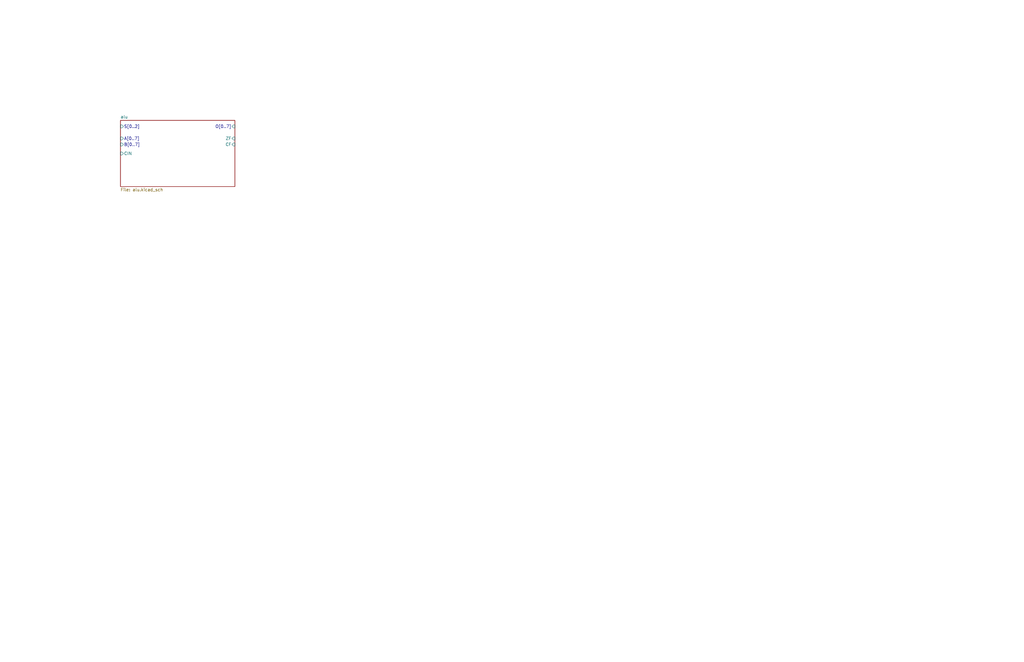
<source format=kicad_sch>
(kicad_sch
	(version 20231120)
	(generator "eeschema")
	(generator_version "8.0")
	(uuid "3621d846-8717-4b69-897a-9ebc73cc447e")
	(paper "B")
	(lib_symbols)
	(sheet
		(at 50.8 50.8)
		(size 48.26 27.94)
		(fields_autoplaced yes)
		(stroke
			(width 0.1524)
			(type solid)
		)
		(fill
			(color 0 0 0 0.0000)
		)
		(uuid "926e1948-5470-45fa-b0ed-e329e7ffcfda")
		(property "Sheetname" "alu"
			(at 50.8 50.0884 0)
			(effects
				(font
					(size 1.27 1.27)
				)
				(justify left bottom)
			)
		)
		(property "Sheetfile" "alu.kicad_sch"
			(at 50.8 79.3246 0)
			(effects
				(font
					(size 1.27 1.27)
				)
				(justify left top)
			)
		)
		(pin "S[0..2]" input
			(at 50.8 53.34 180)
			(effects
				(font
					(size 1.27 1.27)
				)
				(justify left)
			)
			(uuid "103def1e-cca5-4614-89ef-0db6236ec545")
		)
		(pin "A[0..7]" input
			(at 50.8 58.42 180)
			(effects
				(font
					(size 1.27 1.27)
				)
				(justify left)
			)
			(uuid "a4334e4a-881b-42c0-aa99-f5ace03e0276")
		)
		(pin "B[0..7]" input
			(at 50.8 60.96 180)
			(effects
				(font
					(size 1.27 1.27)
				)
				(justify left)
			)
			(uuid "570f559a-feec-45e1-8a64-f4d305dd53de")
		)
		(pin "O[0..7]" input
			(at 99.06 53.34 0)
			(effects
				(font
					(size 1.27 1.27)
				)
				(justify right)
			)
			(uuid "af9b25f1-de6a-453d-8966-405aa34cc156")
		)
		(pin "ZF" input
			(at 99.06 58.42 0)
			(effects
				(font
					(size 1.27 1.27)
				)
				(justify right)
			)
			(uuid "2afaeea3-1fc9-4bf7-ab06-c7e35f7ef595")
		)
		(pin "CIN" input
			(at 50.8 64.77 180)
			(effects
				(font
					(size 1.27 1.27)
				)
				(justify left)
			)
			(uuid "7a99fc51-c474-4f8b-88e5-78b85ff4e473")
		)
		(pin "CF" input
			(at 99.06 60.96 0)
			(effects
				(font
					(size 1.27 1.27)
				)
				(justify right)
			)
			(uuid "9d84e799-ff49-4159-91b8-bfaf2fa3bda4")
		)
		(instances
			(project "wwcpu-pcb"
				(path "/3621d846-8717-4b69-897a-9ebc73cc447e"
					(page "2")
				)
			)
		)
	)
	(sheet_instances
		(path "/"
			(page "1")
		)
	)
)

</source>
